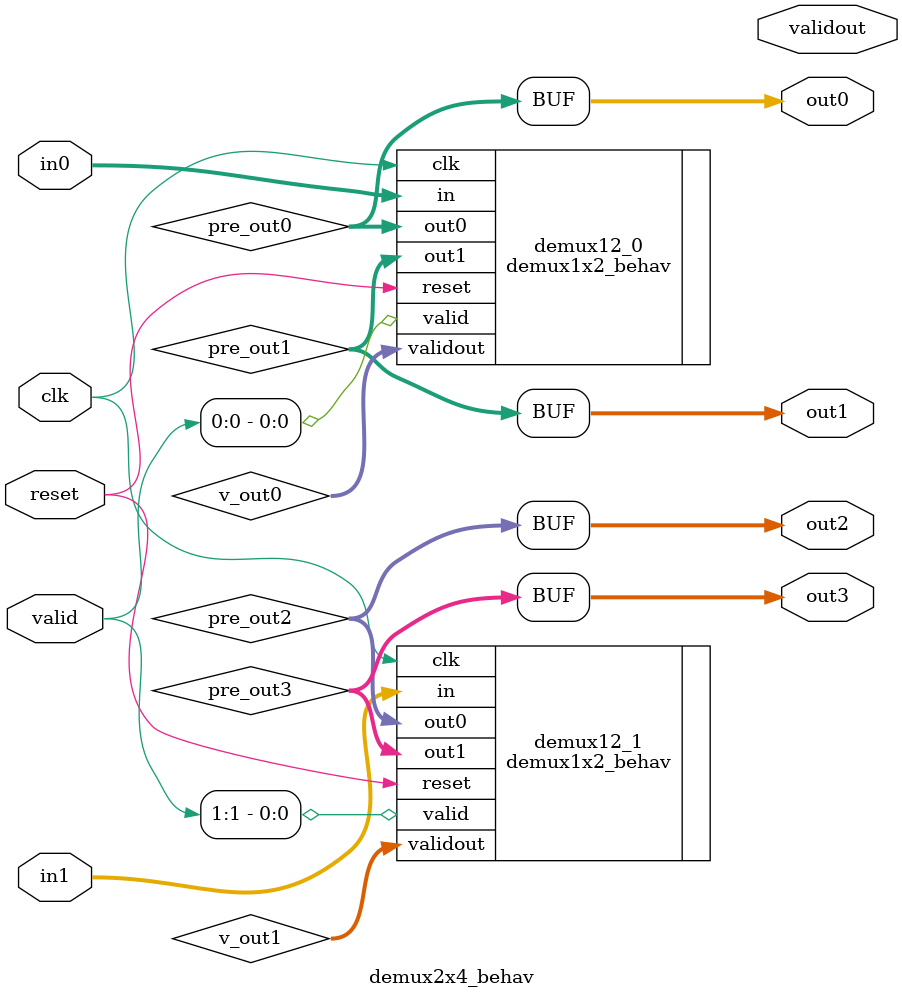
<source format=v>
`timescale 1ns/1ps
`include "demux1x2_behav.v"


module demux2x4_behav (
    
    input wire clk,
    input wire reset,
    //INPUTS
    
    input wire [7:0] in0,
    input wire [7:0] in1,
    input wire [1:0] valid,
    
    //OUTPUTS

    output reg [7:0] out0,
    output reg [7:0] out1,
    output reg [7:0] out2,
    output reg [7:0] out3,
    output reg [3:0] validout
    );

    //Internal, Auxilliary
    wire [7:0] pre_out0;
    wire [7:0] pre_out1;
    wire [7:0] pre_out2;
    wire [7:0] pre_out3;
    
    wire [1:0] v_out0;
    wire [1:0] v_out1;

    // NOW, conection Demux 1x2_behav 1
    demux1x2_behav demux12_0(
        .in       (in0),
        .clk      (clk),
        .out0     (pre_out0),
        .out1     (pre_out1),
        .valid    (valid[0]),
        .validout (v_out0),
        .reset    (reset)
    );

  // Demux 1x2_behav 1
   demux1x2_behav demux12_1(
        .in       (in1),
        .clk      (clk),
        .out0     (pre_out2),
        .out1     (pre_out3),
        .valid    (valid[1]),
        .reset    (reset),
        .validout(v_out1)
    );

    always @(*) begin
        out0 = pre_out0;
        out1 = pre_out1;
        out2 = pre_out2;
        out3 = pre_out3;
        valid_out[0] = v_out0[0];
        valid_out[1] = v_out0[1];
        valid_out[2] = v_out1[0];
        valid_out[3] = v_out1[1];

    end


endmodule 
</source>
